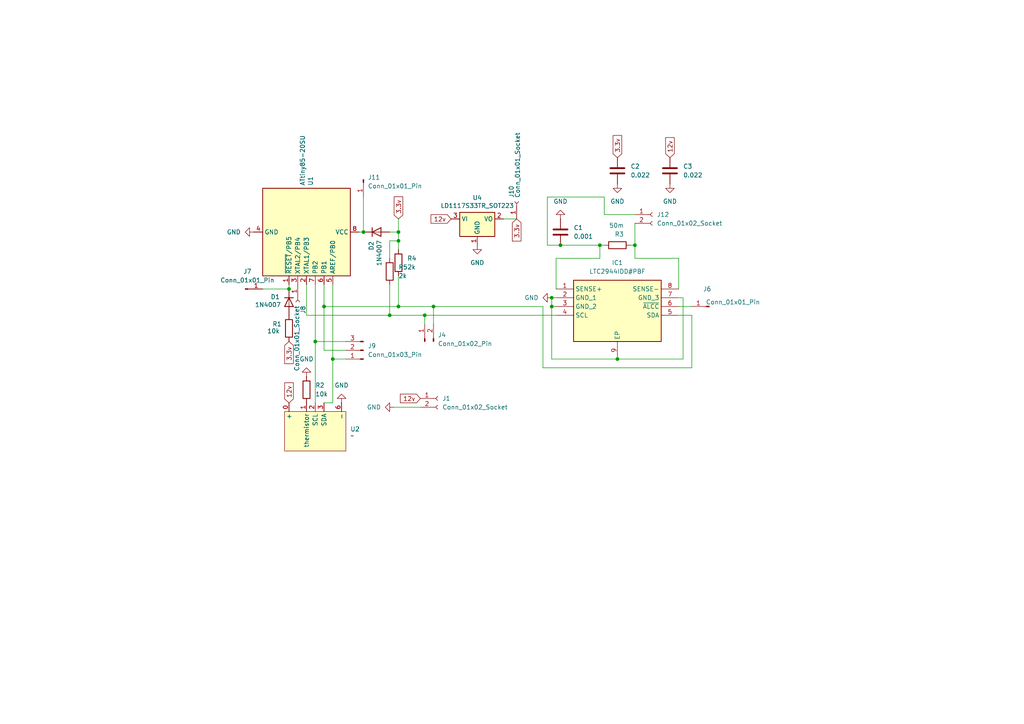
<source format=kicad_sch>
(kicad_sch (version 20250114) (generator "eeschema") (generator_version "9.0")
  (paper "A4")
  (lib_symbols
    (symbol "Connector:Conn_01x01_Pin" (pin_names (offset 1.016) (hide yes))
      (property "Reference" "J" (at 0 2.54 0))
      (property "Value" "Conn_01x01_Pin" (at 0 -2.54 0))
      (symbol "Conn_01x01_Pin_1_1"
        (rectangle (start 0.8636 0.127) (end 0 -0.127) (stroke (width 0.1524)) (fill (type outline)))
        (polyline (pts (xy 1.27 0) (xy 0.8636 0)) (stroke (width 0.1524)))
        (pin passive line (at 5.08 0 180) (length 3.81) (name "Pin_1") (number "1"))
      )
    )
    (symbol "Connector:Conn_01x01_Socket" (pin_names (offset 1.016) (hide yes))
      (property "Reference" "J" (at 0 2.54 0))
      (property "Value" "Conn_01x01_Socket" (at 0 -2.54 0))
      (symbol "Conn_01x01_Socket_1_1"
        (polyline (pts (xy -1.27 0) (xy -0.508 0)) (stroke (width 0.1524)))
        (arc (start 0 -0.508) (mid -0.5058 0) (end 0 0.508) (stroke (width 0.1524)))
        (pin passive line (at -5.08 0 0) (length 3.81) (name "Pin_1") (number "1"))
      )
    )
    (symbol "Connector:Conn_01x02_Pin" (pin_names (offset 1.016) (hide yes))
      (property "Reference" "J" (at 0 2.54 0))
      (property "Value" "Conn_01x02_Pin" (at 0 -5.08 0))
      (symbol "Conn_01x02_Pin_1_1"
        (rectangle (start 0.8636 0.127) (end 0 -0.127) (stroke (width 0.1524)) (fill (type outline)))
        (rectangle (start 0.8636 -2.413) (end 0 -2.667) (stroke (width 0.1524)) (fill (type outline)))
        (polyline (pts (xy 1.27 0) (xy 0.8636 0)) (stroke (width 0.1524)))
        (polyline (pts (xy 1.27 -2.54) (xy 0.8636 -2.54)) (stroke (width 0.1524)))
        (pin passive line (at 5.08 0 180) (length 3.81) (name "Pin_1") (number "1"))
        (pin passive line (at 5.08 -2.54 180) (length 3.81) (name "Pin_2") (number "2"))
      )
    )
    (symbol "Connector:Conn_01x02_Socket" (pin_names (offset 1.016) (hide yes))
      (property "Reference" "J" (at 0 2.54 0))
      (property "Value" "Conn_01x02_Socket" (at 0 -5.08 0))
      (symbol "Conn_01x02_Socket_1_1"
        (polyline (pts (xy -1.27 0) (xy -0.508 0)) (stroke (width 0.1524)))
        (polyline (pts (xy -1.27 -2.54) (xy -0.508 -2.54)) (stroke (width 0.1524)))
        (arc (start 0 -0.508) (mid -0.5058 0) (end 0 0.508) (stroke (width 0.1524)))
        (arc (start 0 -3.048) (mid -0.5058 -2.54) (end 0 -2.032) (stroke (width 0.1524)))
        (pin passive line (at -5.08 0 0) (length 3.81) (name "Pin_1") (number "1"))
        (pin passive line (at -5.08 -2.54 0) (length 3.81) (name "Pin_2") (number "2"))
      )
    )
    (symbol "Connector:Conn_01x03_Pin" (pin_names (offset 1.016) (hide yes))
      (property "Reference" "J" (at 0 5.08 0))
      (property "Value" "Conn_01x03_Pin" (at 0 -5.08 0))
      (symbol "Conn_01x03_Pin_1_1"
        (rectangle (start 0.8636 2.667) (end 0 2.413) (stroke (width 0.1524)) (fill (type outline)))
        (rectangle (start 0.8636 0.127) (end 0 -0.127) (stroke (width 0.1524)) (fill (type outline)))
        (rectangle (start 0.8636 -2.413) (end 0 -2.667) (stroke (width 0.1524)) (fill (type outline)))
        (polyline (pts (xy 1.27 2.54) (xy 0.8636 2.54)) (stroke (width 0.1524)))
        (polyline (pts (xy 1.27 0) (xy 0.8636 0)) (stroke (width 0.1524)))
        (polyline (pts (xy 1.27 -2.54) (xy 0.8636 -2.54)) (stroke (width 0.1524)))
        (pin passive line (at 5.08 2.54 180) (length 3.81) (name "Pin_1") (number "1"))
        (pin passive line (at 5.08 0 180) (length 3.81) (name "Pin_2") (number "2"))
        (pin passive line (at 5.08 -2.54 180) (length 3.81) (name "Pin_3") (number "3"))
      )
    )
    (symbol "Device:C" (pin_numbers (hide yes)) (pin_names (offset 0.254))
      (property "Reference" "C" (at 0.635 2.54 0))
      (property "Value" "C" (at 0.635 -2.54 0))
      (symbol "C_0_1"
        (polyline (pts (xy -2.032 0.762) (xy 2.032 0.762)) (stroke (width 0.508)))
        (polyline (pts (xy -2.032 -0.762) (xy 2.032 -0.762)) (stroke (width 0.508)))
      )
      (symbol "C_1_1"
        (pin passive line (at 0 3.81 270) (length 2.794) (name "~") (number "1"))
        (pin passive line (at 0 -3.81 90) (length 2.794) (name "~") (number "2"))
      )
    )
    (symbol "Device:R" (pin_numbers (hide yes)) (pin_names (offset 0))
      (property "Reference" "R" (at 2.032 0 90))
      (property "Value" "R" (at 0 0 90))
      (symbol "R_0_1"
        (rectangle (start -1.016 -2.54) (end 1.016 2.54) (stroke (width 0.254)))
      )
      (symbol "R_1_1"
        (pin passive line (at 0 3.81 270) (length 1.27) (name "~") (number "1"))
        (pin passive line (at 0 -3.81 90) (length 1.27) (name "~") (number "2"))
      )
    )
    (symbol "Diode:1N4007" (pin_numbers (hide yes)) (pin_names (hide yes))
      (property "Reference" "D" (at 0 2.54 0))
      (property "Value" "1N4007" (at 0 -2.54 0))
      (symbol "1N4007_0_1"
        (polyline (pts (xy -1.27 1.27) (xy -1.27 -1.27)) (stroke (width 0.254)))
        (polyline (pts (xy 1.27 1.27) (xy 1.27 -1.27) (xy -1.27 0) (xy 1.27 1.27)) (stroke (width 0.254)))
        (polyline (pts (xy 1.27 0) (xy -1.27 0)))
      )
      (symbol "1N4007_1_1"
        (pin passive line (at -3.81 0 0) (length 2.54) (name "K") (number "1"))
        (pin passive line (at 3.81 0 180) (length 2.54) (name "A") (number "2"))
      )
    )
    (symbol "LTC2944IDD#PBF:LTC2944IDD#PBF"
      (property "Reference" "IC" (at 31.75 7.62 0))
      (property "Value" "LTC2944IDD#PBF" (at 31.75 5.08 0))
      (symbol "LTC2944IDD#PBF_1_1"
        (rectangle (start 5.08 2.54) (end 30.48 -15.24) (stroke (width 0.254)) (fill (type background)))
        (pin passive line (at 0 0 0) (length 5.08) (name "SENSE+") (number "1"))
        (pin passive line (at 0 -2.54 0) (length 5.08) (name "GND_1") (number "2"))
        (pin passive line (at 0 -5.08 0) (length 5.08) (name "GND_2") (number "3"))
        (pin passive line (at 0 -7.62 0) (length 5.08) (name "SCL") (number "4"))
        (pin passive line (at 17.78 -20.32 90) (length 5.08) (name "EP") (number "9"))
        (pin passive line (at 35.56 0 180) (length 5.08) (name "SENSE-") (number "8"))
        (pin passive line (at 35.56 -2.54 180) (length 5.08) (name "GND_3") (number "7"))
        (pin passive line (at 35.56 -5.08 180) (length 5.08) (name "~{ALCC}") (number "6"))
        (pin passive line (at 35.56 -7.62 180) (length 5.08) (name "SDA") (number "5"))
      )
    )
    (symbol "MCU_Microchip_ATtiny:ATtiny85-20SU"
      (property "Reference" "U" (at -12.7 13.97 0))
      (property "Value" "MCU_Microchip_ATtiny_ATtiny85-20SU" (at 2.54 -13.97 0))
      (symbol "ATtiny85-20SU_0_1"
        (rectangle (start -12.7 -12.7) (end 12.7 12.7) (stroke (width 0.254)) (fill (type background)))
      )
      (symbol "ATtiny85-20SU_1_1"
        (pin power_in line (at 0 15.24 270) (length 2.54) (name "VCC") (number "8"))
        (pin power_in line (at 0 -15.24 90) (length 2.54) (name "GND") (number "4"))
        (pin bidirectional line (at 15.24 7.62 180) (length 2.54) (name "AREF/PB0") (number "5"))
        (pin bidirectional line (at 15.24 5.08 180) (length 2.54) (name "PB1") (number "6"))
        (pin bidirectional line (at 15.24 2.54 180) (length 2.54) (name "PB2") (number "7"))
        (pin bidirectional line (at 15.24 0 180) (length 2.54) (name "XTAL1/PB3") (number "2"))
        (pin bidirectional line (at 15.24 -2.54 180) (length 2.54) (name "XTAL2/PB4") (number "3"))
        (pin bidirectional line (at 15.24 -5.08 180) (length 2.54) (name "~{RESET}/PB5") (number "1"))
      )
    )
    (symbol "Regulator_Linear:LD1117S33TR_SOT223"
      (property "Reference" "U" (at -3.81 3.175 0))
      (property "Value" "LD1117S33TR_SOT223" (at 0 3.175 0))
      (symbol "LD1117S33TR_SOT223_0_1"
        (rectangle (start -5.08 -5.08) (end 5.08 1.905) (stroke (width 0.254)) (fill (type background)))
      )
      (symbol "LD1117S33TR_SOT223_1_1"
        (pin power_in line (at -7.62 0 0) (length 2.54) (name "VI") (number "3"))
        (pin power_in line (at 0 -7.62 90) (length 2.54) (name "GND") (number "1"))
        (pin power_out line (at 7.62 0 180) (length 2.54) (name "VO") (number "2"))
      )
    )
    (symbol "Thinkpad:2229293-1"
      (property "Reference" "U" (at 0 -5.588 0))
      (symbol "2229293-1_1_1"
        (rectangle (start -8.89 2.54) (end 8.89 -8.89) (fill (type background)))
        (pin power_in line (at -7.62 5.08 270) (length 2.54) (name "+") (number "0"))
        (pin output line (at -2.54 5.08 270) (length 2.54) (name "thermistor") (number "1"))
        (pin input line (at 0 5.08 270) (length 2.54) (name "SCL") (number "2"))
        (pin bidirectional line (at 2.54 5.08 270) (length 2.54) (name "SDA") (number "3"))
        (pin power_in line (at 7.62 5.08 270) (length 2.54) (name "-") (number "6"))
      )
    )
    (symbol "power:GND" (power) (pin_numbers (hide yes)) (pin_names (offset 0) (hide yes))
      (property "Value" "GND" (at 0 -3.81 0))
      (symbol "GND_0_1"
        (polyline (pts (xy 0 0) (xy 0 -1.27) (xy 1.27 -1.27) (xy 0 -2.54) (xy -1.27 -1.27) (xy 0 -1.27)))
      )
      (symbol "GND_1_1"
        (pin power_in line (at 0 0 270) (length 0) (name "~") (number "1"))
      )
    )
  )
  (junction (at 179.07 104.14))
  (junction (at 115.57 67.31))
  (junction (at 113.03 91.44))
  (junction (at 115.57 69.85))
  (junction (at 160.02 88.9))
  (junction (at 125.73 88.9))
  (junction (at 105.41 67.31))
  (junction (at 123.19 91.44))
  (junction (at 160.02 86.36))
  (junction (at 173.99 71.12))
  (junction (at 115.57 88.9))
  (junction (at 96.52 104.14))
  (junction (at 93.98 88.9))
  (junction (at 83.82 83.82))
  (junction (at 91.44 99.06))
  (junction (at 162.56 71.12))
  (junction (at 184.15 71.12))
  (wire (pts (xy 175.26 62.23) (xy 184.15 62.23)))
  (wire (pts (xy 160.02 86.36) (xy 161.29 86.36)))
  (wire (pts (xy 173.99 71.12) (xy 175.26 71.12)))
  (wire (pts (xy 93.98 101.6) (xy 93.98 88.9)))
  (wire (pts (xy 96.52 116.84) (xy 93.98 116.84)))
  (wire (pts (xy 184.15 64.77) (xy 184.15 71.12)))
  (wire (pts (xy 114.3 118.11) (xy 121.92 118.11)))
  (wire (pts (xy 93.98 82.55) (xy 93.98 88.9)))
  (wire (pts (xy 91.44 99.06) (xy 100.33 99.06)))
  (wire (pts (xy 125.73 88.9) (xy 157.48 88.9)))
  (wire (pts (xy 83.82 83.82) (xy 83.82 82.55)))
  (wire (pts (xy 104.14 67.31) (xy 105.41 67.31)))
  (wire (pts (xy 196.85 88.9) (xy 200.66 88.9)))
  (wire (pts (xy 179.07 104.14) (xy 160.02 104.14)))
  (wire (pts (xy 158.75 57.15) (xy 175.26 57.15)))
  (wire (pts (xy 160.02 86.36) (xy 160.02 88.9)))
  (wire (pts (xy 149.86 63.5) (xy 146.05 63.5)))
  (wire (pts (xy 105.41 57.15) (xy 105.41 67.31)))
  (wire (pts (xy 100.33 101.6) (xy 93.98 101.6)))
  (wire (pts (xy 196.85 86.36) (xy 198.12 86.36)))
  (wire (pts (xy 115.57 63.5) (xy 115.57 67.31)))
  (wire (pts (xy 160.02 104.14) (xy 160.02 88.9)))
  (wire (pts (xy 157.48 88.9) (xy 157.48 106.68)))
  (wire (pts (xy 184.15 74.93) (xy 184.15 71.12)))
  (wire (pts (xy 198.12 86.36) (xy 198.12 104.14)))
  (wire (pts (xy 196.85 74.93) (xy 184.15 74.93)))
  (wire (pts (xy 96.52 104.14) (xy 96.52 116.84)))
  (wire (pts (xy 113.03 69.85) (xy 113.03 74.93)))
  (wire (pts (xy 96.52 82.55) (xy 96.52 104.14)))
  (wire (pts (xy 76.2 83.82) (xy 83.82 83.82)))
  (wire (pts (xy 158.75 71.12) (xy 162.56 71.12)))
  (wire (pts (xy 184.15 71.12) (xy 182.88 71.12)))
  (wire (pts (xy 173.99 71.12) (xy 173.99 74.93)))
  (wire (pts (xy 200.66 106.68) (xy 200.66 91.44)))
  (wire (pts (xy 198.12 104.14) (xy 179.07 104.14)))
  (wire (pts (xy 91.44 99.06) (xy 91.44 116.84)))
  (wire (pts (xy 115.57 69.85) (xy 115.57 72.39)))
  (wire (pts (xy 200.66 91.44) (xy 196.85 91.44)))
  (wire (pts (xy 115.57 88.9) (xy 125.73 88.9)))
  (wire (pts (xy 96.52 104.14) (xy 100.33 104.14)))
  (wire (pts (xy 115.57 80.01) (xy 115.57 88.9)))
  (wire (pts (xy 157.48 106.68) (xy 200.66 106.68)))
  (wire (pts (xy 158.75 71.12) (xy 158.75 57.15)))
  (wire (pts (xy 123.19 91.44) (xy 161.29 91.44)))
  (wire (pts (xy 93.98 88.9) (xy 115.57 88.9)))
  (wire (pts (xy 115.57 67.31) (xy 115.57 69.85)))
  (wire (pts (xy 113.03 91.44) (xy 123.19 91.44)))
  (wire (pts (xy 113.03 82.55) (xy 113.03 91.44)))
  (wire (pts (xy 123.19 91.44) (xy 123.19 93.98)))
  (wire (pts (xy 196.85 83.82) (xy 196.85 74.93)))
  (wire (pts (xy 125.73 88.9) (xy 125.73 93.98)))
  (wire (pts (xy 115.57 69.85) (xy 113.03 69.85)))
  (wire (pts (xy 175.26 57.15) (xy 175.26 62.23)))
  (wire (pts (xy 162.56 71.12) (xy 173.99 71.12)))
  (wire (pts (xy 88.9 91.44) (xy 113.03 91.44)))
  (wire (pts (xy 160.02 88.9) (xy 161.29 88.9)))
  (wire (pts (xy 88.9 82.55) (xy 88.9 91.44)))
  (wire (pts (xy 161.29 74.93) (xy 161.29 83.82)))
  (wire (pts (xy 173.99 74.93) (xy 161.29 74.93)))
  (wire (pts (xy 113.03 67.31) (xy 115.57 67.31)))
  (wire (pts (xy 91.44 82.55) (xy 91.44 99.06)))
  (global_label "3.3v" (shape input) (at 83.82 99.06 270) (property "Intersheetrefs" "${INTERSHEET_REFS}" (effects (hide yes))))
  (global_label "12v" (shape input) (at 130.81 63.5 180) (property "Intersheetrefs" "${INTERSHEET_REFS}" (effects (hide yes))))
  (global_label "12v" (shape input) (at 121.92 115.57 180) (property "Intersheetrefs" "${INTERSHEET_REFS}" (effects (hide yes))))
  (global_label "12v" (shape input) (at 194.31 45.72 90) (property "Intersheetrefs" "${INTERSHEET_REFS}" (effects (hide yes))))
  (global_label "3.3v" (shape input) (at 179.07 45.72 90) (property "Intersheetrefs" "${INTERSHEET_REFS}" (effects (hide yes))))
  (global_label "12v" (shape input) (at 83.82 116.84 90) (property "Intersheetrefs" "${INTERSHEET_REFS}" (effects (hide yes))))
  (global_label "3.3v" (shape input) (at 115.57 63.5 90) (property "Intersheetrefs" "${INTERSHEET_REFS}" (effects (hide yes))))
  (global_label "3.3v" (shape input) (at 149.86 63.5 270) (property "Intersheetrefs" "${INTERSHEET_REFS}" (effects (hide yes))))
  (symbol (lib_id "MCU_Microchip_ATtiny:ATtiny85-20SU") (at 88.9 67.31 270) (unit 1)
    (property "Reference" "U1" (at 90.0684 53.8734 0) (effects (justify right)))
    (property "Value" "ATtiny85-20SU" (at 87.757 53.8734 0) (effects (justify right)))
    (property "Footprint" "Package_SO:SOIC-8_5.3x5.3mm_P1.27mm" (effects (hide yes)))
    (property "Datasheet" "http://ww1.microchip.com/downloads/en/DeviceDoc/atmel-2586-avr-8-bit-microcontroller-attiny25-attiny45-attiny85_datasheet.pdf" (effects (hide yes)))
  )
  (symbol (lib_id "Device:C") (at 179.07 49.53 0) (unit 1)
    (property "Reference" "C2" (at 182.88 48.2599 0) (effects (justify left)))
    (property "Value" "0.022" (at 182.88 50.7999 0) (effects (justify left)))
    (property "Footprint" "Capacitor_THT:C_Axial_L3.8mm_D2.6mm_P7.50mm_Horizontal" (effects (hide yes)))
    (property "Description" "Unpolarized capacitor" (effects (hide yes)))
  )
  (symbol (lib_id "Diode:1N4007") (at 83.82 87.63 270) (unit 1)
    (property "Reference" "D1" (at 78.486 86.106 90) (effects (justify left)))
    (property "Value" "1N4007" (at 73.914 88.392 90) (effects (justify left)))
    (property "Footprint" "Diode_THT:D_A-405_P7.62mm_Horizontal" (effects (hide yes)))
    (property "Datasheet" "http://www.vishay.com/docs/88503/1n4001.pdf" (effects (hide yes)))
    (property "Description" "1000V 1A General Purpose Rectifier Diode, DO-41" (effects (hide yes)))
    (property "Sim.Device" "D" (effects (hide yes)))
    (property "Sim.Pins" "1=K 2=A" (effects (hide yes)))
  )
  (symbol (lib_id "power:GND") (at 194.31 53.34 0) (unit 1)
    (property "Reference" "#PWR09" (effects (hide yes)))
    (property "Value" "GND" (at 194.31 58.42 0))
    (property "Description" "Power symbol creates a global label with name \"GND\" , ground" (effects (hide yes)))
  )
  (symbol (lib_id "power:GND") (at 162.56 63.5 180) (unit 1)
    (property "Reference" "#PWR07" (effects (hide yes)))
    (property "Value" "GND" (at 162.56 58.42 0))
    (property "Description" "Power symbol creates a global label with name \"GND\" , ground" (effects (hide yes)))
  )
  (symbol (lib_id "Device:R") (at 83.82 95.25 180) (unit 1)
    (property "Reference" "R1" (at 78.994 93.98 0) (effects (justify right)))
    (property "Value" "10k" (at 77.47 96.012 0) (effects (justify right)))
    (property "Footprint" "Resistor_THT:R_Axial_DIN0207_L6.3mm_D2.5mm_P10.16mm_Horizontal" (effects (hide yes)))
    (property "Description" "Resistor" (effects (hide yes)))
  )
  (symbol (lib_id "power:GND") (at 73.66 67.31 270) (unit 1)
    (property "Reference" "#PWR04" (effects (hide yes)))
    (property "Value" "GND" (at 69.85 67.3099 90) (effects (justify right)))
    (property "Description" "Power symbol creates a global label with name \"GND\" , ground" (effects (hide yes)))
  )
  (symbol (lib_id "power:GND") (at 99.06 116.84 180) (unit 1)
    (property "Reference" "#PWR05" (effects (hide yes)))
    (property "Value" "GND" (at 99.06 111.76 0))
    (property "Description" "Power symbol creates a global label with name \"GND\" , ground" (effects (hide yes)))
  )
  (symbol (lib_id "Device:R") (at 115.57 76.2 0) (unit 1)
    (property "Reference" "R4" (at 118.11 74.9299 0) (effects (justify left)))
    (property "Value" "2k" (at 118.11 77.4699 0) (effects (justify left)))
    (property "Footprint" "Resistor_THT:R_Axial_DIN0207_L6.3mm_D2.5mm_P10.16mm_Horizontal" (effects (hide yes)))
    (property "Description" "Resistor" (effects (hide yes)))
  )
  (symbol (lib_id "Connector:Conn_01x01_Socket") (at 149.86 58.42 90) (unit 1)
    (property "Reference" "J10" (at 148.336 57.404 0) (effects (justify left)))
    (property "Value" "Conn_01x01_Socket" (at 150.114 57.404 0) (effects (justify left)))
    (property "Footprint" "Connector_Wire:SolderWire-0.5sqmm_1x01_D0.9mm_OD2.3mm" (effects (hide yes)))
    (property "Description" "Generic connector, single row, 01x01, script generated" (effects (hide yes)))
  )
  (symbol (lib_id "Diode:1N4007") (at 109.22 67.31 0) (unit 1)
    (property "Reference" "D2" (at 107.696 72.644 90) (effects (justify left)))
    (property "Value" "1N4007" (at 109.982 77.216 90) (effects (justify left)))
    (property "Footprint" "Diode_THT:D_A-405_P7.62mm_Horizontal" (effects (hide yes)))
    (property "Datasheet" "http://www.vishay.com/docs/88503/1n4001.pdf" (effects (hide yes)))
    (property "Description" "1000V 1A General Purpose Rectifier Diode, DO-41" (effects (hide yes)))
    (property "Sim.Device" "D" (effects (hide yes)))
    (property "Sim.Pins" "1=K 2=A" (effects (hide yes)))
  )
  (symbol (lib_id "Connector:Conn_01x01_Pin") (at 105.41 52.07 270) (unit 1)
    (property "Reference" "J11" (at 106.68 51.4349 90) (effects (justify left)))
    (property "Value" "Conn_01x01_Pin" (at 106.68 53.9749 90) (effects (justify left)))
    (property "Footprint" "Connector_PinHeader_2.54mm:PinHeader_1x01_P2.54mm_Horizontal" (effects (hide yes)))
    (property "Description" "Generic connector, single row, 01x01, script generated" (effects (hide yes)))
  )
  (symbol (lib_id "Thinkpad:2229293-1") (at 91.44 121.92 0) (unit 1)
    (property "Reference" "U2" (at 101.6 124.4599 0) (effects (justify left)))
    (property "Value" "~" (at 101.6 126.365 0) (effects (justify left)))
    (property "Footprint" "Thinkpad:2229293-1_vertical" (effects (hide yes)))
  )
  (symbol (lib_id "power:GND") (at 114.3 118.11 270) (unit 1)
    (property "Reference" "#PWR06" (effects (hide yes)))
    (property "Value" "GND" (at 110.49 118.1099 90) (effects (justify right)))
    (property "Description" "Power symbol creates a global label with name \"GND\" , ground" (effects (hide yes)))
  )
  (symbol (lib_id "Device:C") (at 194.31 49.53 0) (unit 1)
    (property "Reference" "C3" (at 198.12 48.2599 0) (effects (justify left)))
    (property "Value" "0.022" (at 198.12 50.7999 0) (effects (justify left)))
    (property "Footprint" "Capacitor_THT:C_Axial_L3.8mm_D2.6mm_P7.50mm_Horizontal" (effects (hide yes)))
    (property "Description" "Unpolarized capacitor" (effects (hide yes)))
  )
  (symbol (lib_id "Device:C") (at 162.56 67.31 0) (unit 1)
    (property "Reference" "C1" (at 166.37 66.0399 0) (effects (justify left)))
    (property "Value" "0.001" (at 166.37 68.5799 0) (effects (justify left)))
    (property "Footprint" "Capacitor_THT:C_Axial_L3.8mm_D2.6mm_P7.50mm_Horizontal" (effects (hide yes)))
    (property "Description" "Unpolarized capacitor" (effects (hide yes)))
  )
  (symbol (lib_id "Connector:Conn_01x01_Socket") (at 86.36 87.63 270) (unit 1)
    (property "Reference" "J8" (at 87.884 88.646 0) (effects (justify left)))
    (property "Value" "Conn_01x01_Socket" (at 86.106 88.646 0) (effects (justify left)))
    (property "Footprint" "Connector_Wire:SolderWire-0.5sqmm_1x01_D0.9mm_OD2.3mm" (effects (hide yes)))
    (property "Description" "Generic connector, single row, 01x01, script generated" (effects (hide yes)))
  )
  (symbol (lib_id "Regulator_Linear:LD1117S33TR_SOT223") (at 138.43 63.5 0) (unit 1)
    (property "Reference" "U4" (at 138.43 57.3532 0))
    (property "Value" "LD1117S33TR_SOT223" (at 138.43 59.6646 0))
    (property "Footprint" "Package_TO_SOT_SMD:SOT-223-3_TabPin2" (effects (hide yes)))
    (property "Datasheet" "http://www.st.com/st-web-ui/static/active/en/resource/technical/document/datasheet/CD00000544.pdf" (effects (hide yes)))
  )
  (symbol (lib_id "Connector:Conn_01x03_Pin") (at 105.41 101.6 180) (unit 1)
    (property "Reference" "J9" (at 106.68 100.3299 0) (effects (justify right)))
    (property "Value" "Conn_01x03_Pin" (at 106.68 102.8699 0) (effects (justify right)))
    (property "Footprint" "Connector_PinHeader_2.54mm:PinHeader_1x03_P2.54mm_Horizontal" (effects (hide yes)))
    (property "Description" "Generic connector, single row, 01x03, script generated" (effects (hide yes)))
  )
  (symbol (lib_id "LTC2944IDD#PBF:LTC2944IDD#PBF") (at 161.29 83.82 0) (unit 1)
    (property "Reference" "IC1" (at 179.07 76.2 0))
    (property "Value" "LTC2944IDD#PBF" (at 179.07 78.74 0))
    (property "Footprint" "Thinkpad:LTC2944" (effects (hide yes)))
    (property "Datasheet" "http://www.linear.com/docs/56648" (effects (hide yes)))
    (property "Description" "LINEAR TECHNOLOGY - LTC2944IDD#PBF - BATTERY GAS GAUGE, DFN-8" (effects (hide yes)))
    (property "Height" "0.8" (effects (hide yes)))
    (property "Mouser Part Number" "584-LTC2944IDDPBF" (effects (hide yes)))
    (property "Mouser Price/Stock" "https://www.mouser.co.uk/ProductDetail/Analog-Devices/LTC2944IDDPBF?qs=u4fy%2FsgLU9NZwhINvxz39A%3D%3D" (effects (hide yes)))
    (property "Manufacturer_Name" "Analog Devices" (effects (hide yes)))
    (property "Manufacturer_Part_Number" "LTC2944IDD#PBF" (effects (hide yes)))
  )
  (symbol (lib_id "Device:R") (at 113.03 78.74 0) (unit 1)
    (property "Reference" "R5" (at 115.57 77.4699 0) (effects (justify left)))
    (property "Value" "2k" (at 115.57 80.0099 0) (effects (justify left)))
    (property "Footprint" "Resistor_THT:R_Axial_DIN0207_L6.3mm_D2.5mm_P10.16mm_Horizontal" (effects (hide yes)))
    (property "Description" "Resistor" (effects (hide yes)))
  )
  (symbol (lib_id "Device:R") (at 179.07 71.12 90) (unit 1)
    (property "Reference" "R3" (at 180.975 67.9451 90) (effects (justify left)))
    (property "Value" "50m" (at 180.975 65.4051 90) (effects (justify left)))
    (property "Footprint" "Resistor_THT:R_Axial_DIN0207_L6.3mm_D2.5mm_P10.16mm_Horizontal" (effects (hide yes)))
    (property "Description" "Resistor" (effects (hide yes)))
  )
  (symbol (lib_id "Connector:Conn_01x02_Socket") (at 127 115.57 0) (unit 1)
    (property "Reference" "J1" (at 128.27 115.5699 0) (effects (justify left)))
    (property "Value" "Conn_01x02_Socket" (at 128.27 118.1099 0) (effects (justify left)))
    (property "Footprint" "Connector_Wire:SolderWire-4sqmm_1x02_P12mm_D3mm_OD6mm" (effects (hide yes)))
    (property "Description" "Generic connector, single row, 01x02, script generated" (effects (hide yes)))
  )
  (symbol (lib_id "power:GND") (at 88.9 109.22 180) (unit 1)
    (property "Reference" "#PWR01" (effects (hide yes)))
    (property "Value" "GND" (at 88.9 104.14 0))
    (property "Description" "Power symbol creates a global label with name \"GND\" , ground" (effects (hide yes)))
  )
  (symbol (lib_id "power:GND") (at 138.43 71.12 0) (unit 1)
    (property "Reference" "#PWR03" (effects (hide yes)))
    (property "Value" "GND" (at 138.43 76.2 0))
    (property "Description" "Power symbol creates a global label with name \"GND\" , ground" (effects (hide yes)))
  )
  (symbol (lib_id "Device:R") (at 88.9 113.03 0) (unit 1)
    (property "Reference" "R2" (at 91.44 111.7599 0) (effects (justify left)))
    (property "Value" "10k" (at 91.44 114.2999 0) (effects (justify left)))
    (property "Footprint" "Resistor_THT:R_Axial_DIN0207_L6.3mm_D2.5mm_P10.16mm_Horizontal" (effects (hide yes)))
    (property "Description" "Resistor" (effects (hide yes)))
  )
  (symbol (lib_id "Connector:Conn_01x01_Pin") (at 205.74 88.9 180) (unit 1)
    (property "Reference" "J6" (at 205.105 83.82 0))
    (property "Value" "Conn_01x01_Pin" (at 212.598 87.63 0))
    (property "Footprint" "Connector_PinHeader_2.54mm:PinHeader_1x01_P2.54mm_Horizontal" (effects (hide yes)))
    (property "Description" "Generic connector, single row, 01x01, script generated" (effects (hide yes)))
  )
  (symbol (lib_id "power:GND") (at 160.02 86.36 270) (unit 1)
    (property "Reference" "#PWR02" (effects (hide yes)))
    (property "Value" "GND" (at 156.21 86.3599 90) (effects (justify right)))
    (property "Description" "Power symbol creates a global label with name \"GND\" , ground" (effects (hide yes)))
  )
  (symbol (lib_id "Connector:Conn_01x02_Pin") (at 123.19 99.06 90) (unit 1)
    (property "Reference" "J4" (at 127 97.1549 90) (effects (justify right)))
    (property "Value" "Conn_01x02_Pin" (at 127 99.6949 90) (effects (justify right)))
    (property "Footprint" "Connector_PinHeader_2.54mm:PinHeader_1x02_P2.54mm_Horizontal" (effects (hide yes)))
    (property "Description" "Generic connector, single row, 01x02, script generated" (effects (hide yes)))
  )
  (symbol (lib_id "Connector:Conn_01x02_Socket") (at 189.23 62.23 0) (unit 1)
    (property "Reference" "J12" (at 190.5 62.2299 0) (effects (justify left)))
    (property "Value" "Conn_01x02_Socket" (at 190.5 64.7699 0) (effects (justify left)))
    (property "Footprint" "Connector_Wire:SolderWire-4sqmm_1x02_P12mm_D3mm_OD6mm" (effects (hide yes)))
    (property "Description" "Generic connector, single row, 01x02, script generated" (effects (hide yes)))
  )
  (symbol (lib_id "Connector:Conn_01x01_Pin") (at 71.12 83.82 0) (unit 1)
    (property "Reference" "J7" (at 71.755 78.74 0))
    (property "Value" "Conn_01x01_Pin" (at 71.755 81.28 0))
    (property "Footprint" "Connector_PinHeader_2.54mm:PinHeader_1x01_P2.54mm_Horizontal" (effects (hide yes)))
    (property "Description" "Generic connector, single row, 01x01, script generated" (effects (hide yes)))
  )
  (symbol (lib_id "power:GND") (at 179.07 53.34 0) (unit 1)
    (property "Reference" "#PWR08" (effects (hide yes)))
    (property "Value" "GND" (at 179.07 58.42 0))
    (property "Description" "Power symbol creates a global label with name \"GND\" , ground" (effects (hide yes)))
  )
)
</source>
